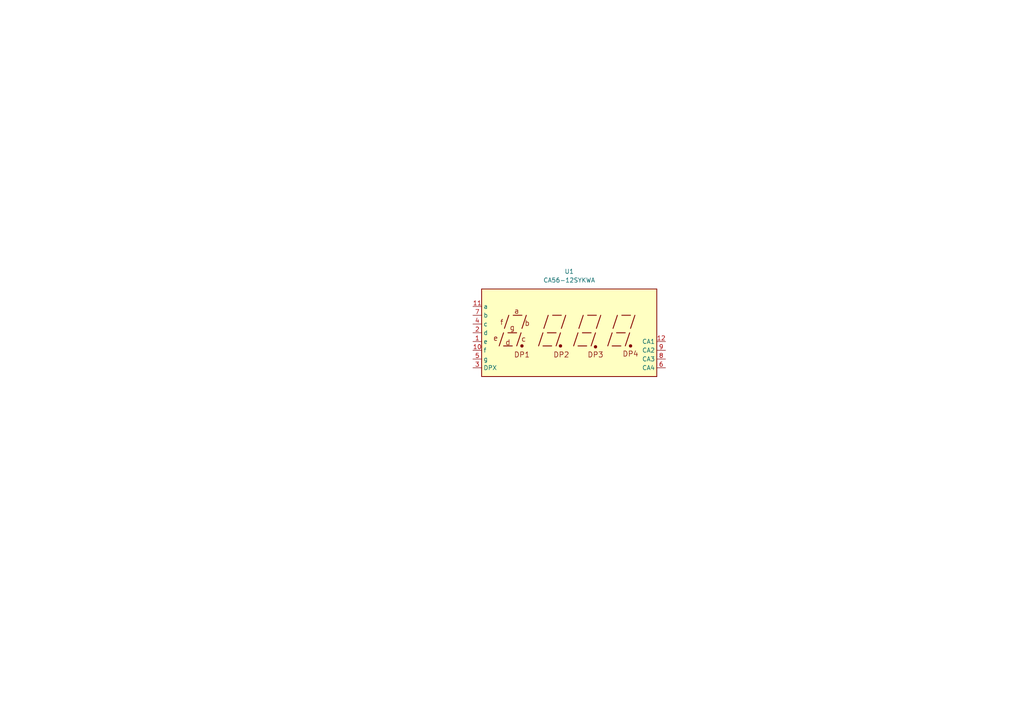
<source format=kicad_sch>
(kicad_sch (version 20230121) (generator eeschema)
  (paper "A4")
  (lib_symbols
    (symbol "Display_Character:CA56-12SYKWA"
      (property "Reference" "U" (at -24.13 13.97 0))
      (property "Value" "CA56-12SYKWA" (at 17.78 13.97 0))
      (symbol "CA56-12SYKWA_0_0"
        (rectangle (start -25.4 12.7) (end 25.4 -12.7) (stroke (width 0.254)) (fill (type background)))
        (polyline (pts (xy -20.32 -3.81) (xy -19.05 0)) (stroke (width 0.254)))
        (polyline (pts (xy -19.05 -3.81) (xy -16.51 -3.81)) (stroke (width 0.254)))
        (polyline (pts (xy -18.796 1.27) (xy -17.526 5.08)) (stroke (width 0.254)))
        (polyline (pts (xy -17.78 0) (xy -15.24 0)) (stroke (width 0.254)))
        (polyline (pts (xy -16.256 5.08) (xy -13.716 5.08)) (stroke (width 0.254)))
        (polyline (pts (xy -15.24 -3.81) (xy -13.97 0)) (stroke (width 0.254)))
        (polyline (pts (xy -13.716 1.27) (xy -12.446 5.08)) (stroke (width 0.254)))
        (polyline (pts (xy -8.89 -3.81) (xy -7.62 0)) (stroke (width 0.254)))
        (polyline (pts (xy -7.62 -3.81) (xy -5.08 -3.81)) (stroke (width 0.254)))
        (polyline (pts (xy -7.366 1.27) (xy -6.096 5.08)) (stroke (width 0.254)))
        (polyline (pts (xy -6.35 0) (xy -3.81 0)) (stroke (width 0.254)))
        (polyline (pts (xy -4.826 5.08) (xy -2.286 5.08)) (stroke (width 0.254)))
        (polyline (pts (xy -3.81 -3.81) (xy -2.54 0)) (stroke (width 0.254)))
        (polyline (pts (xy -2.286 1.27) (xy -1.016 5.08)) (stroke (width 0.254)))
        (polyline (pts (xy 1.27 -3.81) (xy 2.54 0)) (stroke (width 0.254)))
        (polyline (pts (xy 2.54 -3.81) (xy 5.08 -3.81)) (stroke (width 0.254)))
        (polyline (pts (xy 2.794 1.27) (xy 4.064 5.08)) (stroke (width 0.254)))
        (polyline (pts (xy 3.81 0) (xy 6.35 0)) (stroke (width 0.254)))
        (polyline (pts (xy 5.334 5.08) (xy 7.874 5.08)) (stroke (width 0.254)))
        (polyline (pts (xy 6.35 -3.81) (xy 7.62 0)) (stroke (width 0.254)))
        (polyline (pts (xy 7.874 1.27) (xy 9.144 5.08)) (stroke (width 0.254)))
        (polyline (pts (xy 11.176 -3.81) (xy 12.446 0)) (stroke (width 0.254)))
        (polyline (pts (xy 12.446 -3.81) (xy 14.986 -3.81)) (stroke (width 0.254)))
        (polyline (pts (xy 12.7 1.27) (xy 13.97 5.08)) (stroke (width 0.254)))
        (polyline (pts (xy 13.716 0) (xy 16.256 0)) (stroke (width 0.254)))
        (polyline (pts (xy 15.24 5.08) (xy 17.78 5.08)) (stroke (width 0.254)))
        (polyline (pts (xy 16.256 -3.81) (xy 17.526 0)) (stroke (width 0.254)))
        (polyline (pts (xy 17.78 1.27) (xy 19.05 5.08)) (stroke (width 0.254)))
        (text "a" (at -15.24 6.35 0) (effects (font (size 1.524 1.524))))
        (text "b" (at -12.192 2.794 0) (effects (font (size 1.524 1.524))))
        (text "c" (at -13.208 -1.778 0) (effects (font (size 1.524 1.524))))
        (text "d" (at -17.78 -2.794 0) (effects (font (size 1.524 1.524))))
        (text "DP1" (at -13.716 -6.35 0) (effects (font (size 1.524 1.524))))
        (text "DP2" (at -2.286 -6.35 0) (effects (font (size 1.524 1.524))))
        (text "DP3" (at 7.62 -6.35 0) (effects (font (size 1.524 1.524))))
        (text "DP4" (at 17.78 -6.096 0) (effects (font (size 1.524 1.524))))
        (text "e" (at -21.336 -1.524 0) (effects (font (size 1.524 1.524))))
        (text "f" (at -19.558 3.048 0) (effects (font (size 1.524 1.524))))
        (text "g" (at -16.51 1.524 0) (effects (font (size 1.524 1.524))))
      )
      (symbol "CA56-12SYKWA_0_1"
        (circle (center -13.716 -3.81) (radius 0.3556) (stroke (width 0.254)) (fill (type outline)))
        (circle (center -2.54 -3.81) (radius 0.3556) (stroke (width 0.254)) (fill (type outline)))
      )
      (symbol "CA56-12SYKWA_1_0"
        (circle (center 7.62 -4.064) (radius 0.3556) (stroke (width 0.254)) (fill (type outline)))
        (circle (center 17.78 -3.81) (radius 0.3556) (stroke (width 0.254)) (fill (type outline)))
      )
      (symbol "CA56-12SYKWA_1_1"
        (pin input line (at -27.94 -2.54 0) (length 2.54) (name "e") (number "1"))
        (pin input line (at -27.94 -5.08 0) (length 2.54) (name "f") (number "10"))
        (pin input line (at -27.94 7.62 0) (length 2.54) (name "a") (number "11"))
        (pin input line (at 27.94 -2.54 180) (length 2.54) (name "CA1") (number "12"))
        (pin input line (at -27.94 0 0) (length 2.54) (name "d") (number "2"))
        (pin input line (at -27.94 -10.16 0) (length 2.54) (name "DPX") (number "3"))
        (pin input line (at -27.94 2.54 0) (length 2.54) (name "c") (number "4"))
        (pin input line (at -27.94 -7.62 0) (length 2.54) (name "g") (number "5"))
        (pin input line (at 27.94 -10.16 180) (length 2.54) (name "CA4") (number "6"))
        (pin input line (at -27.94 5.08 0) (length 2.54) (name "b") (number "7"))
        (pin input line (at 27.94 -7.62 180) (length 2.54) (name "CA3") (number "8"))
        (pin input line (at 27.94 -5.08 180) (length 2.54) (name "CA2") (number "9"))
      )
    )
  )
  (symbol (lib_id "Display_Character:CA56-12SYKWA") (at 165.1 96.52 0) (unit 1)
    (property "Reference" "U1" (at 165.1 78.74 0))
    (property "Value" "CA56-12SYKWA" (at 165.1 81.28 0))
    (property "Footprint" "Display_7Segment:CA56-12SYKWA" (effects hide))
    (property "Datasheet" "http://www.kingbright.com/attachments/file/psearch/000/00/00/CA56-12SYKWA(Ver.6A).pdf" (effects hide))
  )
)
</source>
